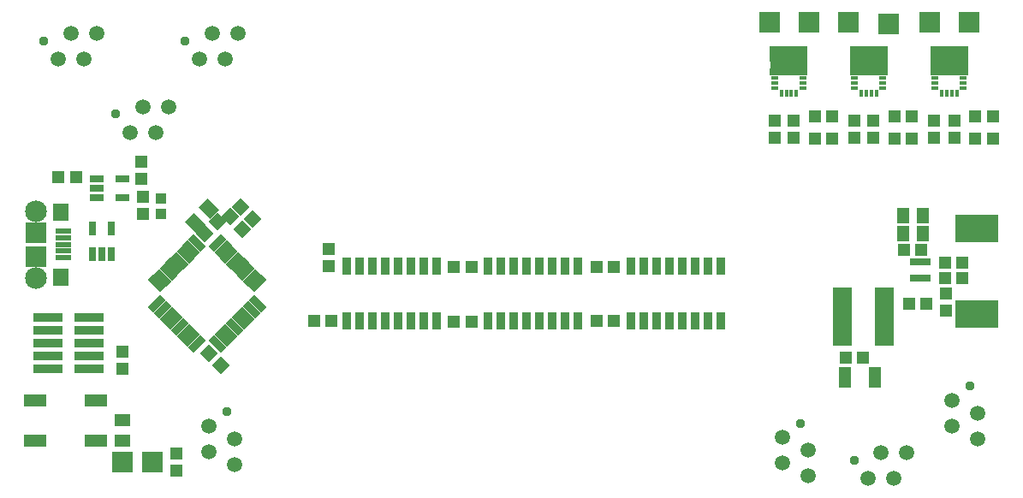
<source format=gbr>
%TF.GenerationSoftware,Altium Limited,Altium Designer,22.9.1 (49)*%
G04 Layer_Color=8388736*
%FSLAX45Y45*%
%MOMM*%
%TF.SameCoordinates,925A93EA-3B44-44BF-AA41-ED200E7300F1*%
%TF.FilePolarity,Negative*%
%TF.FileFunction,Soldermask,Top*%
%TF.Part,Single*%
G01*
G75*
%TA.AperFunction,SMDPad,CuDef*%
%ADD63R,1.60320X1.20320*%
%ADD64R,1.30320X1.20320*%
%TA.AperFunction,ComponentPad*%
%ADD65C,0.95320*%
%ADD66C,1.50320*%
%ADD67C,2.15320*%
%TA.AperFunction,SMDPad,CuDef*%
G04:AMPARAMS|DCode=71|XSize=1.2032mm|YSize=1.3032mm|CornerRadius=0mm|HoleSize=0mm|Usage=FLASHONLY|Rotation=315.000|XOffset=0mm|YOffset=0mm|HoleType=Round|Shape=Rectangle|*
%AMROTATEDRECTD71*
4,1,4,-0.88615,-0.03535,0.03535,0.88615,0.88615,0.03535,-0.03535,-0.88615,-0.88615,-0.03535,0.0*
%
%ADD71ROTATEDRECTD71*%

%ADD72R,1.20320X1.60320*%
%ADD73R,1.20320X1.30320*%
%ADD74R,0.50320X0.67820*%
%ADD75R,1.85320X5.80320*%
%ADD76R,1.30320X2.00320*%
%ADD77R,4.20320X2.70320*%
%ADD78R,2.20320X1.20320*%
%ADD79R,2.20320X1.20320*%
%ADD80R,2.10320X2.10320*%
%ADD81R,2.99320X0.94320*%
G04:AMPARAMS|DCode=82|XSize=1.6782mm|YSize=0.8032mm|CornerRadius=0mm|HoleSize=0mm|Usage=FLASHONLY|Rotation=225.000|XOffset=0mm|YOffset=0mm|HoleType=Round|Shape=Rectangle|*
%AMROTATEDRECTD82*
4,1,4,0.30936,0.87731,0.87731,0.30936,-0.30936,-0.87731,-0.87731,-0.30936,0.30936,0.87731,0.0*
%
%ADD82ROTATEDRECTD82*%

G04:AMPARAMS|DCode=83|XSize=1.6782mm|YSize=0.8032mm|CornerRadius=0mm|HoleSize=0mm|Usage=FLASHONLY|Rotation=135.000|XOffset=0mm|YOffset=0mm|HoleType=Round|Shape=Rectangle|*
%AMROTATEDRECTD83*
4,1,4,0.87731,-0.30936,0.30936,-0.87731,-0.87731,0.30936,-0.30936,0.87731,0.87731,-0.30936,0.0*
%
%ADD83ROTATEDRECTD83*%

%ADD84R,0.80320X0.45320*%
%ADD85R,3.70320X0.70320*%
%ADD86R,1.87820X0.70320*%
%ADD87R,3.70320X1.60320*%
%ADD88R,0.45320X0.80320*%
%ADD89R,0.85320X1.72820*%
G04:AMPARAMS|DCode=90|XSize=1.2032mm|YSize=1.3032mm|CornerRadius=0mm|HoleSize=0mm|Usage=FLASHONLY|Rotation=225.000|XOffset=0mm|YOffset=0mm|HoleType=Round|Shape=Rectangle|*
%AMROTATEDRECTD90*
4,1,4,-0.03535,0.88615,0.88615,-0.03535,0.03535,-0.88615,-0.88615,0.03535,-0.03535,0.88615,0.0*
%
%ADD90ROTATEDRECTD90*%

G04:AMPARAMS|DCode=91|XSize=1.2032mm|YSize=1.6032mm|CornerRadius=0mm|HoleSize=0mm|Usage=FLASHONLY|Rotation=225.000|XOffset=0mm|YOffset=0mm|HoleType=Round|Shape=Rectangle|*
%AMROTATEDRECTD91*
4,1,4,-0.14142,0.99221,0.99221,-0.14142,0.14142,-0.99221,-0.99221,0.14142,-0.14142,0.99221,0.0*
%
%ADD91ROTATEDRECTD91*%

%ADD92R,2.10320X2.10320*%
%ADD93R,1.00320X1.00320*%
%TA.AperFunction,ConnectorPad*%
%ADD94R,1.60320X1.80320*%
%ADD95R,1.55320X0.60320*%
%TA.AperFunction,SMDPad,CuDef*%
%ADD96R,0.80320X1.40320*%
%ADD97R,1.45320X0.80320*%
D63*
X1065000Y1200000D02*
D03*
X1065000Y1400000D02*
D03*
D64*
X9210000Y2490000D02*
D03*
X9210000Y2660000D02*
D03*
X1070000Y2082500D02*
D03*
X1070000Y1912500D02*
D03*
X8496300Y4194900D02*
D03*
X8496300Y4364900D02*
D03*
X9093200Y4194900D02*
D03*
X9093200Y4364900D02*
D03*
X9296400Y4194900D02*
D03*
X9296400Y4364900D02*
D03*
X7518399Y4194900D02*
D03*
X7518399Y4364900D02*
D03*
X7708900Y4194900D02*
D03*
X7708900Y4364900D02*
D03*
X8305800Y4194900D02*
D03*
X8305800Y4364900D02*
D03*
X3111500Y3094900D02*
D03*
X3111500Y2924900D02*
D03*
X1597500Y1072500D02*
D03*
X1597500Y902500D02*
D03*
X1257300Y3958500D02*
D03*
X1257300Y3788500D02*
D03*
X1270000Y3615600D02*
D03*
X1270000Y3445600D02*
D03*
D65*
X1003000Y4430700D02*
D03*
X291800Y5154600D02*
D03*
X1688800Y5154600D02*
D03*
X9451000Y1740200D02*
D03*
X7774600Y1371900D02*
D03*
X8305500Y1005500D02*
D03*
X2102900Y1484600D02*
D03*
D66*
X1524000Y4504700D02*
D03*
X1397000Y4250700D02*
D03*
X1270000Y4504700D02*
D03*
X1143000Y4250700D02*
D03*
X812800Y5228600D02*
D03*
X685800Y4974600D02*
D03*
X558800Y5228600D02*
D03*
X431800Y4974600D02*
D03*
X2209800Y5228600D02*
D03*
X2082800Y4974600D02*
D03*
X1955800Y5228600D02*
D03*
X1828800Y4974600D02*
D03*
X9525000Y1219200D02*
D03*
X9271000Y1346200D02*
D03*
X9525000Y1473200D02*
D03*
X9271000Y1600200D02*
D03*
X7848600Y850900D02*
D03*
X7594600Y977900D02*
D03*
X7848600Y1104900D02*
D03*
X7594600Y1231900D02*
D03*
X8826500Y1079500D02*
D03*
X8699500Y825500D02*
D03*
X8572500Y1079500D02*
D03*
X8445500Y825500D02*
D03*
X2176900Y963600D02*
D03*
X1922900Y1090600D02*
D03*
X2176900Y1217600D02*
D03*
X1922900Y1344600D02*
D03*
D67*
X215100Y2811000D02*
D03*
X215100Y3471000D02*
D03*
D71*
X2232396Y3512604D02*
D03*
X2352604Y3392396D02*
D03*
X2132396Y3415104D02*
D03*
X2252604Y3294896D02*
D03*
X2040104Y1947396D02*
D03*
X1919896Y2067604D02*
D03*
D72*
X8985601Y3252700D02*
D03*
X8785600Y3252700D02*
D03*
X8987500Y3427500D02*
D03*
X8787500Y3427500D02*
D03*
D73*
X8970601Y3092201D02*
D03*
X8800600Y3092201D02*
D03*
X9020000Y2552500D02*
D03*
X8850000Y2552500D02*
D03*
X9205000Y2810000D02*
D03*
X9375000Y2810000D02*
D03*
X9375000Y2960000D02*
D03*
X9205000Y2960000D02*
D03*
X8387500Y2017500D02*
D03*
X8217500Y2017500D02*
D03*
X9673500Y4191000D02*
D03*
X9503500Y4191000D02*
D03*
X9673500Y4406900D02*
D03*
X9503500Y4406900D02*
D03*
X8873400Y4191000D02*
D03*
X8703400Y4191000D02*
D03*
X8873400Y4406900D02*
D03*
X8703400Y4406900D02*
D03*
X8086000Y4191000D02*
D03*
X7916000Y4191000D02*
D03*
X8086000Y4406900D02*
D03*
X7916000Y4406900D02*
D03*
X4347300Y2921000D02*
D03*
X4517300Y2921000D02*
D03*
X4347300Y2374900D02*
D03*
X4517300Y2374900D02*
D03*
X5755000Y2920000D02*
D03*
X5925000Y2920000D02*
D03*
X5757000Y2387600D02*
D03*
X5927000Y2387600D02*
D03*
X2963000Y2387600D02*
D03*
X3133000Y2387600D02*
D03*
X435700Y3810000D02*
D03*
X605700Y3810000D02*
D03*
D74*
X9035000Y2973800D02*
D03*
X8985000Y2973800D02*
D03*
X8935000Y2973800D02*
D03*
X8885000Y2973800D02*
D03*
X8885000Y2806200D02*
D03*
X8935000Y2806200D02*
D03*
X8985000Y2806200D02*
D03*
X9035000Y2806200D02*
D03*
D75*
X8190000Y2430000D02*
D03*
X8605000Y2430000D02*
D03*
D76*
X8212500Y1827500D02*
D03*
X8512500Y1827500D02*
D03*
D77*
X9520000Y3300000D02*
D03*
X9520000Y2455000D02*
D03*
D78*
X207500Y1600000D02*
D03*
X807500Y1600000D02*
D03*
D79*
X207500Y1200000D02*
D03*
X807500Y1200000D02*
D03*
D80*
X9440000Y5337500D02*
D03*
X8647500Y5327500D02*
D03*
X8247500Y5337500D02*
D03*
X7463700Y5337500D02*
D03*
X7857500Y5337500D02*
D03*
X9051200Y5337500D02*
D03*
D81*
X737000Y1914100D02*
D03*
X330000Y1914100D02*
D03*
X737000Y2041100D02*
D03*
X330000Y2041100D02*
D03*
X737000Y2168100D02*
D03*
X330000Y2168100D02*
D03*
X737000Y2295100D02*
D03*
X330000Y2295100D02*
D03*
X737000Y2422100D02*
D03*
X330000Y2422100D02*
D03*
D82*
X1803318Y2156638D02*
D03*
X1746750Y2213207D02*
D03*
X1690181Y2269775D02*
D03*
X1633612Y2326344D02*
D03*
X1577044Y2382912D02*
D03*
X1520475Y2439481D02*
D03*
X1463907Y2496050D02*
D03*
X1407338Y2552618D02*
D03*
X2006682Y3151962D02*
D03*
X2063250Y3095393D02*
D03*
X2119819Y3038825D02*
D03*
X2176388Y2982256D02*
D03*
X2232956Y2925688D02*
D03*
X2289525Y2869119D02*
D03*
X2346093Y2812550D02*
D03*
X2402662Y2755982D02*
D03*
D83*
X1407338Y2755982D02*
D03*
X1463907Y2812550D02*
D03*
X1520475Y2869119D02*
D03*
X1577044Y2925688D02*
D03*
X1633612Y2982256D02*
D03*
X1690181Y3038825D02*
D03*
X1746750Y3095393D02*
D03*
X1803318Y3151962D02*
D03*
X2402662Y2552618D02*
D03*
X2346093Y2496050D02*
D03*
X2289525Y2439481D02*
D03*
X2232956Y2382912D02*
D03*
X2176388Y2326344D02*
D03*
X2119819Y2269775D02*
D03*
X2063250Y2213207D02*
D03*
X2006682Y2156638D02*
D03*
D84*
X7798100Y4688900D02*
D03*
X7798100Y4738900D02*
D03*
X7798100Y4788900D02*
D03*
X7518100Y4788900D02*
D03*
X7518100Y4738900D02*
D03*
X7518100Y4688900D02*
D03*
X8309400Y4688900D02*
D03*
X8309400Y4738900D02*
D03*
X8309400Y4788900D02*
D03*
X8589400Y4788900D02*
D03*
X8589400Y4738900D02*
D03*
X8589400Y4688900D02*
D03*
X9385600Y4688900D02*
D03*
X9385600Y4738900D02*
D03*
X9385600Y4788900D02*
D03*
X9105600Y4788900D02*
D03*
X9105600Y4738900D02*
D03*
X9105600Y4688900D02*
D03*
D85*
X7658100Y4846400D02*
D03*
X8449400Y4846400D02*
D03*
X9245600Y4846400D02*
D03*
D86*
X7749300Y4916400D02*
D03*
X7566900Y4916400D02*
D03*
X8358200Y4916400D02*
D03*
X8540600Y4916400D02*
D03*
X9336800Y4916400D02*
D03*
X9154400Y4916400D02*
D03*
D87*
X7658100Y5031400D02*
D03*
X8449400Y5031400D02*
D03*
X9245600Y5031400D02*
D03*
D88*
X7583100Y4636400D02*
D03*
X7633100Y4636400D02*
D03*
X7683100Y4636400D02*
D03*
X7733100Y4636400D02*
D03*
X8524400Y4636400D02*
D03*
X8474400Y4636400D02*
D03*
X8424400Y4636400D02*
D03*
X8374400Y4636400D02*
D03*
X9170600Y4636400D02*
D03*
X9220600Y4636400D02*
D03*
X9270600Y4636400D02*
D03*
X9320600Y4636400D02*
D03*
D89*
X4686300Y2383100D02*
D03*
X4813300Y2383100D02*
D03*
X4940300Y2383100D02*
D03*
X5067300Y2383100D02*
D03*
X5194300Y2383100D02*
D03*
X5321300Y2383100D02*
D03*
X5448300Y2383100D02*
D03*
X5575300Y2383100D02*
D03*
X5575300Y2925500D02*
D03*
X5448300Y2925500D02*
D03*
X5321300Y2925500D02*
D03*
X5194300Y2925500D02*
D03*
X5067300Y2925500D02*
D03*
X4940300Y2925500D02*
D03*
X4813300Y2925500D02*
D03*
X4686300Y2925500D02*
D03*
X6096000Y2383100D02*
D03*
X6223000Y2383100D02*
D03*
X6350000Y2383100D02*
D03*
X6477000Y2383100D02*
D03*
X6604000Y2383100D02*
D03*
X6731000Y2383100D02*
D03*
X6858000Y2383100D02*
D03*
X6985000Y2383100D02*
D03*
X6985000Y2925500D02*
D03*
X6858000Y2925500D02*
D03*
X6731000Y2925500D02*
D03*
X6604000Y2925500D02*
D03*
X6477000Y2925500D02*
D03*
X6350000Y2925500D02*
D03*
X6223000Y2925500D02*
D03*
X6096000Y2925500D02*
D03*
X3289300Y2383100D02*
D03*
X3416300Y2383100D02*
D03*
X3543300Y2383100D02*
D03*
X3670300Y2383100D02*
D03*
X3797300Y2383100D02*
D03*
X3924300Y2383100D02*
D03*
X4051300Y2383100D02*
D03*
X4178300Y2383100D02*
D03*
X4178300Y2925500D02*
D03*
X4051300Y2925500D02*
D03*
X3924300Y2925500D02*
D03*
X3797300Y2925500D02*
D03*
X3670300Y2925500D02*
D03*
X3543300Y2925500D02*
D03*
X3416300Y2925500D02*
D03*
X3289300Y2925500D02*
D03*
D90*
X1883196Y3247096D02*
D03*
X2003404Y3367304D02*
D03*
D91*
X1783689Y3350789D02*
D03*
X1925111Y3492211D02*
D03*
D92*
X1067500Y990000D02*
D03*
X1367500Y992500D02*
D03*
X215100Y3021000D02*
D03*
X215100Y3261000D02*
D03*
D93*
X1447800Y3442900D02*
D03*
X1447800Y3592900D02*
D03*
D94*
X460100Y2821000D02*
D03*
X460100Y3461000D02*
D03*
D95*
X482600Y3011000D02*
D03*
X482600Y3076000D02*
D03*
X482600Y3141000D02*
D03*
X482600Y3206000D02*
D03*
X482600Y3271000D02*
D03*
D96*
X768600Y3050000D02*
D03*
X863600Y3050000D02*
D03*
X958600Y3050000D02*
D03*
X958600Y3300000D02*
D03*
X768600Y3300000D02*
D03*
D97*
X814800Y3790700D02*
D03*
X814800Y3695700D02*
D03*
X814800Y3600700D02*
D03*
X1064800Y3600700D02*
D03*
X1064800Y3790700D02*
D03*
%TF.MD5,517cad53f1b1a9c5f1b259856db21f4d*%
M02*

</source>
